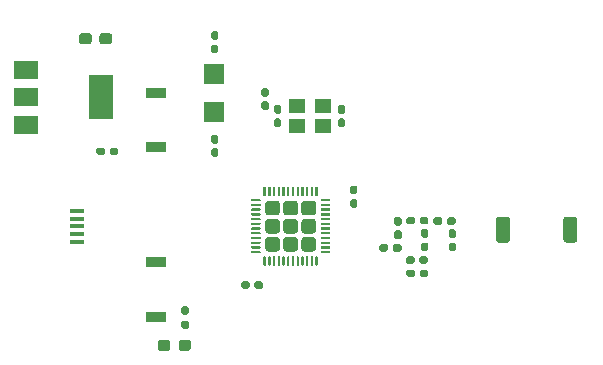
<source format=gbr>
%TF.GenerationSoftware,KiCad,Pcbnew,(5.1.12-1-10_14)*%
%TF.CreationDate,2022-01-30T11:33:22+08:00*%
%TF.ProjectId,nrf51822_devboard,6e726635-3138-4323-925f-646576626f61,rev?*%
%TF.SameCoordinates,Original*%
%TF.FileFunction,Paste,Top*%
%TF.FilePolarity,Positive*%
%FSLAX46Y46*%
G04 Gerber Fmt 4.6, Leading zero omitted, Abs format (unit mm)*
G04 Created by KiCad (PCBNEW (5.1.12-1-10_14)) date 2022-01-30 11:33:22*
%MOMM*%
%LPD*%
G01*
G04 APERTURE LIST*
%ADD10R,1.699997X0.899998*%
%ADD11R,1.400000X1.200000*%
%ADD12R,1.800000X1.750000*%
%ADD13R,1.300000X0.450000*%
%ADD14R,2.000000X1.500000*%
%ADD15R,2.000000X3.800000*%
G04 APERTURE END LIST*
D10*
%TO.C,SW2*%
X113600000Y-68299970D03*
X113600000Y-63700030D03*
%TD*%
%TO.C,SW1*%
X113600000Y-82669970D03*
X113600000Y-78070030D03*
%TD*%
%TO.C,R1*%
G36*
G01*
X116230000Y-82510000D02*
X115910000Y-82510000D01*
G75*
G02*
X115750000Y-82350000I0J160000D01*
G01*
X115750000Y-81955000D01*
G75*
G02*
X115910000Y-81795000I160000J0D01*
G01*
X116230000Y-81795000D01*
G75*
G02*
X116390000Y-81955000I0J-160000D01*
G01*
X116390000Y-82350000D01*
G75*
G02*
X116230000Y-82510000I-160000J0D01*
G01*
G37*
G36*
G01*
X116230000Y-83705000D02*
X115910000Y-83705000D01*
G75*
G02*
X115750000Y-83545000I0J160000D01*
G01*
X115750000Y-83150000D01*
G75*
G02*
X115910000Y-82990000I160000J0D01*
G01*
X116230000Y-82990000D01*
G75*
G02*
X116390000Y-83150000I0J-160000D01*
G01*
X116390000Y-83545000D01*
G75*
G02*
X116230000Y-83705000I-160000J0D01*
G01*
G37*
%TD*%
%TO.C,D1*%
G36*
G01*
X115510000Y-85327500D02*
X115510000Y-84852500D01*
G75*
G02*
X115747500Y-84615000I237500J0D01*
G01*
X116322500Y-84615000D01*
G75*
G02*
X116560000Y-84852500I0J-237500D01*
G01*
X116560000Y-85327500D01*
G75*
G02*
X116322500Y-85565000I-237500J0D01*
G01*
X115747500Y-85565000D01*
G75*
G02*
X115510000Y-85327500I0J237500D01*
G01*
G37*
G36*
G01*
X113760000Y-85327500D02*
X113760000Y-84852500D01*
G75*
G02*
X113997500Y-84615000I237500J0D01*
G01*
X114572500Y-84615000D01*
G75*
G02*
X114810000Y-84852500I0J-237500D01*
G01*
X114810000Y-85327500D01*
G75*
G02*
X114572500Y-85565000I-237500J0D01*
G01*
X113997500Y-85565000D01*
G75*
G02*
X113760000Y-85327500I0J237500D01*
G01*
G37*
%TD*%
D11*
%TO.C,Y2*%
X127700000Y-66540000D03*
X125500000Y-66540000D03*
X125500000Y-64840000D03*
X127700000Y-64840000D03*
%TD*%
D12*
%TO.C,Y1*%
X118510000Y-65325000D03*
X118510000Y-62075000D03*
%TD*%
D13*
%TO.C,J1*%
X106900000Y-76300000D03*
X106900000Y-75650000D03*
X106900000Y-75000000D03*
X106900000Y-74350000D03*
X106900000Y-73700000D03*
%TD*%
D14*
%TO.C,U2*%
X102610000Y-61790000D03*
X102610000Y-66390000D03*
X102610000Y-64090000D03*
D15*
X108910000Y-64090000D03*
%TD*%
%TO.C,AE1*%
G36*
G01*
X148080000Y-76150001D02*
X148080000Y-74449999D01*
G75*
G02*
X148329999Y-74200000I249999J0D01*
G01*
X149030001Y-74200000D01*
G75*
G02*
X149280000Y-74449999I0J-249999D01*
G01*
X149280000Y-76150001D01*
G75*
G02*
X149030001Y-76400000I-249999J0D01*
G01*
X148329999Y-76400000D01*
G75*
G02*
X148080000Y-76150001I0J249999D01*
G01*
G37*
G36*
G01*
X142380000Y-76150001D02*
X142380000Y-74449999D01*
G75*
G02*
X142629999Y-74200000I249999J0D01*
G01*
X143330001Y-74200000D01*
G75*
G02*
X143580000Y-74449999I0J-249999D01*
G01*
X143580000Y-76150001D01*
G75*
G02*
X143330001Y-76400000I-249999J0D01*
G01*
X142629999Y-76400000D01*
G75*
G02*
X142380000Y-76150001I0J249999D01*
G01*
G37*
%TD*%
%TO.C,L3*%
G36*
G01*
X134240000Y-74980000D02*
X133920000Y-74980000D01*
G75*
G02*
X133760000Y-74820000I0J160000D01*
G01*
X133760000Y-74375000D01*
G75*
G02*
X133920000Y-74215000I160000J0D01*
G01*
X134240000Y-74215000D01*
G75*
G02*
X134400000Y-74375000I0J-160000D01*
G01*
X134400000Y-74820000D01*
G75*
G02*
X134240000Y-74980000I-160000J0D01*
G01*
G37*
G36*
G01*
X134240000Y-76125000D02*
X133920000Y-76125000D01*
G75*
G02*
X133760000Y-75965000I0J160000D01*
G01*
X133760000Y-75520000D01*
G75*
G02*
X133920000Y-75360000I160000J0D01*
G01*
X134240000Y-75360000D01*
G75*
G02*
X134400000Y-75520000I0J-160000D01*
G01*
X134400000Y-75965000D01*
G75*
G02*
X134240000Y-76125000I-160000J0D01*
G01*
G37*
%TD*%
%TO.C,L2*%
G36*
G01*
X133640000Y-76990000D02*
X133640000Y-76670000D01*
G75*
G02*
X133800000Y-76510000I160000J0D01*
G01*
X134245000Y-76510000D01*
G75*
G02*
X134405000Y-76670000I0J-160000D01*
G01*
X134405000Y-76990000D01*
G75*
G02*
X134245000Y-77150000I-160000J0D01*
G01*
X133800000Y-77150000D01*
G75*
G02*
X133640000Y-76990000I0J160000D01*
G01*
G37*
G36*
G01*
X132495000Y-76990000D02*
X132495000Y-76670000D01*
G75*
G02*
X132655000Y-76510000I160000J0D01*
G01*
X133100000Y-76510000D01*
G75*
G02*
X133260000Y-76670000I0J-160000D01*
G01*
X133260000Y-76990000D01*
G75*
G02*
X133100000Y-77150000I-160000J0D01*
G01*
X132655000Y-77150000D01*
G75*
G02*
X132495000Y-76990000I0J160000D01*
G01*
G37*
%TD*%
%TO.C,L1*%
G36*
G01*
X137850000Y-74400000D02*
X137850000Y-74720000D01*
G75*
G02*
X137690000Y-74880000I-160000J0D01*
G01*
X137245000Y-74880000D01*
G75*
G02*
X137085000Y-74720000I0J160000D01*
G01*
X137085000Y-74400000D01*
G75*
G02*
X137245000Y-74240000I160000J0D01*
G01*
X137690000Y-74240000D01*
G75*
G02*
X137850000Y-74400000I0J-160000D01*
G01*
G37*
G36*
G01*
X138995000Y-74400000D02*
X138995000Y-74720000D01*
G75*
G02*
X138835000Y-74880000I-160000J0D01*
G01*
X138390000Y-74880000D01*
G75*
G02*
X138230000Y-74720000I0J160000D01*
G01*
X138230000Y-74400000D01*
G75*
G02*
X138390000Y-74240000I160000J0D01*
G01*
X138835000Y-74240000D01*
G75*
G02*
X138995000Y-74400000I0J-160000D01*
G01*
G37*
%TD*%
%TO.C,C14*%
G36*
G01*
X108815000Y-59367500D02*
X108815000Y-58892500D01*
G75*
G02*
X109052500Y-58655000I237500J0D01*
G01*
X109652500Y-58655000D01*
G75*
G02*
X109890000Y-58892500I0J-237500D01*
G01*
X109890000Y-59367500D01*
G75*
G02*
X109652500Y-59605000I-237500J0D01*
G01*
X109052500Y-59605000D01*
G75*
G02*
X108815000Y-59367500I0J237500D01*
G01*
G37*
G36*
G01*
X107090000Y-59367500D02*
X107090000Y-58892500D01*
G75*
G02*
X107327500Y-58655000I237500J0D01*
G01*
X107927500Y-58655000D01*
G75*
G02*
X108165000Y-58892500I0J-237500D01*
G01*
X108165000Y-59367500D01*
G75*
G02*
X107927500Y-59605000I-237500J0D01*
G01*
X107327500Y-59605000D01*
G75*
G02*
X107090000Y-59367500I0J237500D01*
G01*
G37*
%TD*%
%TO.C,C13*%
G36*
G01*
X121532500Y-79835000D02*
X121532500Y-80145000D01*
G75*
G02*
X121377500Y-80300000I-155000J0D01*
G01*
X120952500Y-80300000D01*
G75*
G02*
X120797500Y-80145000I0J155000D01*
G01*
X120797500Y-79835000D01*
G75*
G02*
X120952500Y-79680000I155000J0D01*
G01*
X121377500Y-79680000D01*
G75*
G02*
X121532500Y-79835000I0J-155000D01*
G01*
G37*
G36*
G01*
X122667500Y-79835000D02*
X122667500Y-80145000D01*
G75*
G02*
X122512500Y-80300000I-155000J0D01*
G01*
X122087500Y-80300000D01*
G75*
G02*
X121932500Y-80145000I0J155000D01*
G01*
X121932500Y-79835000D01*
G75*
G02*
X122087500Y-79680000I155000J0D01*
G01*
X122512500Y-79680000D01*
G75*
G02*
X122667500Y-79835000I0J-155000D01*
G01*
G37*
%TD*%
%TO.C,C12*%
G36*
G01*
X130505000Y-72300000D02*
X130195000Y-72300000D01*
G75*
G02*
X130040000Y-72145000I0J155000D01*
G01*
X130040000Y-71720000D01*
G75*
G02*
X130195000Y-71565000I155000J0D01*
G01*
X130505000Y-71565000D01*
G75*
G02*
X130660000Y-71720000I0J-155000D01*
G01*
X130660000Y-72145000D01*
G75*
G02*
X130505000Y-72300000I-155000J0D01*
G01*
G37*
G36*
G01*
X130505000Y-73435000D02*
X130195000Y-73435000D01*
G75*
G02*
X130040000Y-73280000I0J155000D01*
G01*
X130040000Y-72855000D01*
G75*
G02*
X130195000Y-72700000I155000J0D01*
G01*
X130505000Y-72700000D01*
G75*
G02*
X130660000Y-72855000I0J-155000D01*
G01*
X130660000Y-73280000D01*
G75*
G02*
X130505000Y-73435000I-155000J0D01*
G01*
G37*
%TD*%
%TO.C,C11*%
G36*
G01*
X109690000Y-68815000D02*
X109690000Y-68505000D01*
G75*
G02*
X109845000Y-68350000I155000J0D01*
G01*
X110270000Y-68350000D01*
G75*
G02*
X110425000Y-68505000I0J-155000D01*
G01*
X110425000Y-68815000D01*
G75*
G02*
X110270000Y-68970000I-155000J0D01*
G01*
X109845000Y-68970000D01*
G75*
G02*
X109690000Y-68815000I0J155000D01*
G01*
G37*
G36*
G01*
X108555000Y-68815000D02*
X108555000Y-68505000D01*
G75*
G02*
X108710000Y-68350000I155000J0D01*
G01*
X109135000Y-68350000D01*
G75*
G02*
X109290000Y-68505000I0J-155000D01*
G01*
X109290000Y-68815000D01*
G75*
G02*
X109135000Y-68970000I-155000J0D01*
G01*
X108710000Y-68970000D01*
G75*
G02*
X108555000Y-68815000I0J155000D01*
G01*
G37*
%TD*%
%TO.C,C10*%
G36*
G01*
X122995000Y-64040000D02*
X122685000Y-64040000D01*
G75*
G02*
X122530000Y-63885000I0J155000D01*
G01*
X122530000Y-63460000D01*
G75*
G02*
X122685000Y-63305000I155000J0D01*
G01*
X122995000Y-63305000D01*
G75*
G02*
X123150000Y-63460000I0J-155000D01*
G01*
X123150000Y-63885000D01*
G75*
G02*
X122995000Y-64040000I-155000J0D01*
G01*
G37*
G36*
G01*
X122995000Y-65175000D02*
X122685000Y-65175000D01*
G75*
G02*
X122530000Y-65020000I0J155000D01*
G01*
X122530000Y-64595000D01*
G75*
G02*
X122685000Y-64440000I155000J0D01*
G01*
X122995000Y-64440000D01*
G75*
G02*
X123150000Y-64595000I0J-155000D01*
G01*
X123150000Y-65020000D01*
G75*
G02*
X122995000Y-65175000I-155000J0D01*
G01*
G37*
%TD*%
%TO.C,C9*%
G36*
G01*
X135920000Y-79145000D02*
X135920000Y-78835000D01*
G75*
G02*
X136075000Y-78680000I155000J0D01*
G01*
X136500000Y-78680000D01*
G75*
G02*
X136655000Y-78835000I0J-155000D01*
G01*
X136655000Y-79145000D01*
G75*
G02*
X136500000Y-79300000I-155000J0D01*
G01*
X136075000Y-79300000D01*
G75*
G02*
X135920000Y-79145000I0J155000D01*
G01*
G37*
G36*
G01*
X134785000Y-79145000D02*
X134785000Y-78835000D01*
G75*
G02*
X134940000Y-78680000I155000J0D01*
G01*
X135365000Y-78680000D01*
G75*
G02*
X135520000Y-78835000I0J-155000D01*
G01*
X135520000Y-79145000D01*
G75*
G02*
X135365000Y-79300000I-155000J0D01*
G01*
X134940000Y-79300000D01*
G75*
G02*
X134785000Y-79145000I0J155000D01*
G01*
G37*
%TD*%
%TO.C,C8*%
G36*
G01*
X135890000Y-78025000D02*
X135890000Y-77715000D01*
G75*
G02*
X136045000Y-77560000I155000J0D01*
G01*
X136470000Y-77560000D01*
G75*
G02*
X136625000Y-77715000I0J-155000D01*
G01*
X136625000Y-78025000D01*
G75*
G02*
X136470000Y-78180000I-155000J0D01*
G01*
X136045000Y-78180000D01*
G75*
G02*
X135890000Y-78025000I0J155000D01*
G01*
G37*
G36*
G01*
X134755000Y-78025000D02*
X134755000Y-77715000D01*
G75*
G02*
X134910000Y-77560000I155000J0D01*
G01*
X135335000Y-77560000D01*
G75*
G02*
X135490000Y-77715000I0J-155000D01*
G01*
X135490000Y-78025000D01*
G75*
G02*
X135335000Y-78180000I-155000J0D01*
G01*
X134910000Y-78180000D01*
G75*
G02*
X134755000Y-78025000I0J155000D01*
G01*
G37*
%TD*%
%TO.C,C7*%
G36*
G01*
X124055000Y-65480000D02*
X123745000Y-65480000D01*
G75*
G02*
X123590000Y-65325000I0J155000D01*
G01*
X123590000Y-64900000D01*
G75*
G02*
X123745000Y-64745000I155000J0D01*
G01*
X124055000Y-64745000D01*
G75*
G02*
X124210000Y-64900000I0J-155000D01*
G01*
X124210000Y-65325000D01*
G75*
G02*
X124055000Y-65480000I-155000J0D01*
G01*
G37*
G36*
G01*
X124055000Y-66615000D02*
X123745000Y-66615000D01*
G75*
G02*
X123590000Y-66460000I0J155000D01*
G01*
X123590000Y-66035000D01*
G75*
G02*
X123745000Y-65880000I155000J0D01*
G01*
X124055000Y-65880000D01*
G75*
G02*
X124210000Y-66035000I0J-155000D01*
G01*
X124210000Y-66460000D01*
G75*
G02*
X124055000Y-66615000I-155000J0D01*
G01*
G37*
%TD*%
%TO.C,C6*%
G36*
G01*
X129155000Y-65880000D02*
X129465000Y-65880000D01*
G75*
G02*
X129620000Y-66035000I0J-155000D01*
G01*
X129620000Y-66460000D01*
G75*
G02*
X129465000Y-66615000I-155000J0D01*
G01*
X129155000Y-66615000D01*
G75*
G02*
X129000000Y-66460000I0J155000D01*
G01*
X129000000Y-66035000D01*
G75*
G02*
X129155000Y-65880000I155000J0D01*
G01*
G37*
G36*
G01*
X129155000Y-64745000D02*
X129465000Y-64745000D01*
G75*
G02*
X129620000Y-64900000I0J-155000D01*
G01*
X129620000Y-65325000D01*
G75*
G02*
X129465000Y-65480000I-155000J0D01*
G01*
X129155000Y-65480000D01*
G75*
G02*
X129000000Y-65325000I0J155000D01*
G01*
X129000000Y-64900000D01*
G75*
G02*
X129155000Y-64745000I155000J0D01*
G01*
G37*
%TD*%
%TO.C,C5*%
G36*
G01*
X135530000Y-74385000D02*
X135530000Y-74695000D01*
G75*
G02*
X135375000Y-74850000I-155000J0D01*
G01*
X134950000Y-74850000D01*
G75*
G02*
X134795000Y-74695000I0J155000D01*
G01*
X134795000Y-74385000D01*
G75*
G02*
X134950000Y-74230000I155000J0D01*
G01*
X135375000Y-74230000D01*
G75*
G02*
X135530000Y-74385000I0J-155000D01*
G01*
G37*
G36*
G01*
X136665000Y-74385000D02*
X136665000Y-74695000D01*
G75*
G02*
X136510000Y-74850000I-155000J0D01*
G01*
X136085000Y-74850000D01*
G75*
G02*
X135930000Y-74695000I0J155000D01*
G01*
X135930000Y-74385000D01*
G75*
G02*
X136085000Y-74230000I155000J0D01*
G01*
X136510000Y-74230000D01*
G75*
G02*
X136665000Y-74385000I0J-155000D01*
G01*
G37*
%TD*%
%TO.C,C4*%
G36*
G01*
X118425000Y-68400000D02*
X118735000Y-68400000D01*
G75*
G02*
X118890000Y-68555000I0J-155000D01*
G01*
X118890000Y-68980000D01*
G75*
G02*
X118735000Y-69135000I-155000J0D01*
G01*
X118425000Y-69135000D01*
G75*
G02*
X118270000Y-68980000I0J155000D01*
G01*
X118270000Y-68555000D01*
G75*
G02*
X118425000Y-68400000I155000J0D01*
G01*
G37*
G36*
G01*
X118425000Y-67265000D02*
X118735000Y-67265000D01*
G75*
G02*
X118890000Y-67420000I0J-155000D01*
G01*
X118890000Y-67845000D01*
G75*
G02*
X118735000Y-68000000I-155000J0D01*
G01*
X118425000Y-68000000D01*
G75*
G02*
X118270000Y-67845000I0J155000D01*
G01*
X118270000Y-67420000D01*
G75*
G02*
X118425000Y-67265000I155000J0D01*
G01*
G37*
%TD*%
%TO.C,C3*%
G36*
G01*
X118725000Y-59220000D02*
X118415000Y-59220000D01*
G75*
G02*
X118260000Y-59065000I0J155000D01*
G01*
X118260000Y-58640000D01*
G75*
G02*
X118415000Y-58485000I155000J0D01*
G01*
X118725000Y-58485000D01*
G75*
G02*
X118880000Y-58640000I0J-155000D01*
G01*
X118880000Y-59065000D01*
G75*
G02*
X118725000Y-59220000I-155000J0D01*
G01*
G37*
G36*
G01*
X118725000Y-60355000D02*
X118415000Y-60355000D01*
G75*
G02*
X118260000Y-60200000I0J155000D01*
G01*
X118260000Y-59775000D01*
G75*
G02*
X118415000Y-59620000I155000J0D01*
G01*
X118725000Y-59620000D01*
G75*
G02*
X118880000Y-59775000I0J-155000D01*
G01*
X118880000Y-60200000D01*
G75*
G02*
X118725000Y-60355000I-155000J0D01*
G01*
G37*
%TD*%
%TO.C,C2*%
G36*
G01*
X136195000Y-76380000D02*
X136505000Y-76380000D01*
G75*
G02*
X136660000Y-76535000I0J-155000D01*
G01*
X136660000Y-76960000D01*
G75*
G02*
X136505000Y-77115000I-155000J0D01*
G01*
X136195000Y-77115000D01*
G75*
G02*
X136040000Y-76960000I0J155000D01*
G01*
X136040000Y-76535000D01*
G75*
G02*
X136195000Y-76380000I155000J0D01*
G01*
G37*
G36*
G01*
X136195000Y-75245000D02*
X136505000Y-75245000D01*
G75*
G02*
X136660000Y-75400000I0J-155000D01*
G01*
X136660000Y-75825000D01*
G75*
G02*
X136505000Y-75980000I-155000J0D01*
G01*
X136195000Y-75980000D01*
G75*
G02*
X136040000Y-75825000I0J155000D01*
G01*
X136040000Y-75400000D01*
G75*
G02*
X136195000Y-75245000I155000J0D01*
G01*
G37*
%TD*%
%TO.C,C1*%
G36*
G01*
X138535000Y-76390000D02*
X138845000Y-76390000D01*
G75*
G02*
X139000000Y-76545000I0J-155000D01*
G01*
X139000000Y-76970000D01*
G75*
G02*
X138845000Y-77125000I-155000J0D01*
G01*
X138535000Y-77125000D01*
G75*
G02*
X138380000Y-76970000I0J155000D01*
G01*
X138380000Y-76545000D01*
G75*
G02*
X138535000Y-76390000I155000J0D01*
G01*
G37*
G36*
G01*
X138535000Y-75255000D02*
X138845000Y-75255000D01*
G75*
G02*
X139000000Y-75410000I0J-155000D01*
G01*
X139000000Y-75835000D01*
G75*
G02*
X138845000Y-75990000I-155000J0D01*
G01*
X138535000Y-75990000D01*
G75*
G02*
X138380000Y-75835000I0J155000D01*
G01*
X138380000Y-75410000D01*
G75*
G02*
X138535000Y-75255000I155000J0D01*
G01*
G37*
%TD*%
%TO.C,U1*%
G36*
G01*
X125910000Y-76900001D02*
X125910000Y-76159999D01*
G75*
G02*
X126159999Y-75910000I249999J0D01*
G01*
X126900001Y-75910000D01*
G75*
G02*
X127150000Y-76159999I0J-249999D01*
G01*
X127150000Y-76900001D01*
G75*
G02*
X126900001Y-77150000I-249999J0D01*
G01*
X126159999Y-77150000D01*
G75*
G02*
X125910000Y-76900001I0J249999D01*
G01*
G37*
G36*
G01*
X125910000Y-75370001D02*
X125910000Y-74629999D01*
G75*
G02*
X126159999Y-74380000I249999J0D01*
G01*
X126900001Y-74380000D01*
G75*
G02*
X127150000Y-74629999I0J-249999D01*
G01*
X127150000Y-75370001D01*
G75*
G02*
X126900001Y-75620000I-249999J0D01*
G01*
X126159999Y-75620000D01*
G75*
G02*
X125910000Y-75370001I0J249999D01*
G01*
G37*
G36*
G01*
X125910000Y-73840001D02*
X125910000Y-73099999D01*
G75*
G02*
X126159999Y-72850000I249999J0D01*
G01*
X126900001Y-72850000D01*
G75*
G02*
X127150000Y-73099999I0J-249999D01*
G01*
X127150000Y-73840001D01*
G75*
G02*
X126900001Y-74090000I-249999J0D01*
G01*
X126159999Y-74090000D01*
G75*
G02*
X125910000Y-73840001I0J249999D01*
G01*
G37*
G36*
G01*
X124380000Y-76900001D02*
X124380000Y-76159999D01*
G75*
G02*
X124629999Y-75910000I249999J0D01*
G01*
X125370001Y-75910000D01*
G75*
G02*
X125620000Y-76159999I0J-249999D01*
G01*
X125620000Y-76900001D01*
G75*
G02*
X125370001Y-77150000I-249999J0D01*
G01*
X124629999Y-77150000D01*
G75*
G02*
X124380000Y-76900001I0J249999D01*
G01*
G37*
G36*
G01*
X124380000Y-75370001D02*
X124380000Y-74629999D01*
G75*
G02*
X124629999Y-74380000I249999J0D01*
G01*
X125370001Y-74380000D01*
G75*
G02*
X125620000Y-74629999I0J-249999D01*
G01*
X125620000Y-75370001D01*
G75*
G02*
X125370001Y-75620000I-249999J0D01*
G01*
X124629999Y-75620000D01*
G75*
G02*
X124380000Y-75370001I0J249999D01*
G01*
G37*
G36*
G01*
X124380000Y-73840001D02*
X124380000Y-73099999D01*
G75*
G02*
X124629999Y-72850000I249999J0D01*
G01*
X125370001Y-72850000D01*
G75*
G02*
X125620000Y-73099999I0J-249999D01*
G01*
X125620000Y-73840001D01*
G75*
G02*
X125370001Y-74090000I-249999J0D01*
G01*
X124629999Y-74090000D01*
G75*
G02*
X124380000Y-73840001I0J249999D01*
G01*
G37*
G36*
G01*
X122850000Y-76900001D02*
X122850000Y-76159999D01*
G75*
G02*
X123099999Y-75910000I249999J0D01*
G01*
X123840001Y-75910000D01*
G75*
G02*
X124090000Y-76159999I0J-249999D01*
G01*
X124090000Y-76900001D01*
G75*
G02*
X123840001Y-77150000I-249999J0D01*
G01*
X123099999Y-77150000D01*
G75*
G02*
X122850000Y-76900001I0J249999D01*
G01*
G37*
G36*
G01*
X122850000Y-75370001D02*
X122850000Y-74629999D01*
G75*
G02*
X123099999Y-74380000I249999J0D01*
G01*
X123840001Y-74380000D01*
G75*
G02*
X124090000Y-74629999I0J-249999D01*
G01*
X124090000Y-75370001D01*
G75*
G02*
X123840001Y-75620000I-249999J0D01*
G01*
X123099999Y-75620000D01*
G75*
G02*
X122850000Y-75370001I0J249999D01*
G01*
G37*
G36*
G01*
X122850000Y-73840001D02*
X122850000Y-73099999D01*
G75*
G02*
X123099999Y-72850000I249999J0D01*
G01*
X123840001Y-72850000D01*
G75*
G02*
X124090000Y-73099999I0J-249999D01*
G01*
X124090000Y-73840001D01*
G75*
G02*
X123840001Y-74090000I-249999J0D01*
G01*
X123099999Y-74090000D01*
G75*
G02*
X122850000Y-73840001I0J249999D01*
G01*
G37*
G36*
G01*
X122700000Y-72400000D02*
X122700000Y-71700000D01*
G75*
G02*
X122750000Y-71650000I50000J0D01*
G01*
X122850000Y-71650000D01*
G75*
G02*
X122900000Y-71700000I0J-50000D01*
G01*
X122900000Y-72400000D01*
G75*
G02*
X122850000Y-72450000I-50000J0D01*
G01*
X122750000Y-72450000D01*
G75*
G02*
X122700000Y-72400000I0J50000D01*
G01*
G37*
G36*
G01*
X123100000Y-72400000D02*
X123100000Y-71700000D01*
G75*
G02*
X123150000Y-71650000I50000J0D01*
G01*
X123250000Y-71650000D01*
G75*
G02*
X123300000Y-71700000I0J-50000D01*
G01*
X123300000Y-72400000D01*
G75*
G02*
X123250000Y-72450000I-50000J0D01*
G01*
X123150000Y-72450000D01*
G75*
G02*
X123100000Y-72400000I0J50000D01*
G01*
G37*
G36*
G01*
X123500000Y-72400000D02*
X123500000Y-71700000D01*
G75*
G02*
X123550000Y-71650000I50000J0D01*
G01*
X123650000Y-71650000D01*
G75*
G02*
X123700000Y-71700000I0J-50000D01*
G01*
X123700000Y-72400000D01*
G75*
G02*
X123650000Y-72450000I-50000J0D01*
G01*
X123550000Y-72450000D01*
G75*
G02*
X123500000Y-72400000I0J50000D01*
G01*
G37*
G36*
G01*
X123900000Y-72400000D02*
X123900000Y-71700000D01*
G75*
G02*
X123950000Y-71650000I50000J0D01*
G01*
X124050000Y-71650000D01*
G75*
G02*
X124100000Y-71700000I0J-50000D01*
G01*
X124100000Y-72400000D01*
G75*
G02*
X124050000Y-72450000I-50000J0D01*
G01*
X123950000Y-72450000D01*
G75*
G02*
X123900000Y-72400000I0J50000D01*
G01*
G37*
G36*
G01*
X124300000Y-72400000D02*
X124300000Y-71700000D01*
G75*
G02*
X124350000Y-71650000I50000J0D01*
G01*
X124450000Y-71650000D01*
G75*
G02*
X124500000Y-71700000I0J-50000D01*
G01*
X124500000Y-72400000D01*
G75*
G02*
X124450000Y-72450000I-50000J0D01*
G01*
X124350000Y-72450000D01*
G75*
G02*
X124300000Y-72400000I0J50000D01*
G01*
G37*
G36*
G01*
X124700000Y-72400000D02*
X124700000Y-71700000D01*
G75*
G02*
X124750000Y-71650000I50000J0D01*
G01*
X124850000Y-71650000D01*
G75*
G02*
X124900000Y-71700000I0J-50000D01*
G01*
X124900000Y-72400000D01*
G75*
G02*
X124850000Y-72450000I-50000J0D01*
G01*
X124750000Y-72450000D01*
G75*
G02*
X124700000Y-72400000I0J50000D01*
G01*
G37*
G36*
G01*
X125100000Y-72400000D02*
X125100000Y-71700000D01*
G75*
G02*
X125150000Y-71650000I50000J0D01*
G01*
X125250000Y-71650000D01*
G75*
G02*
X125300000Y-71700000I0J-50000D01*
G01*
X125300000Y-72400000D01*
G75*
G02*
X125250000Y-72450000I-50000J0D01*
G01*
X125150000Y-72450000D01*
G75*
G02*
X125100000Y-72400000I0J50000D01*
G01*
G37*
G36*
G01*
X125500000Y-72400000D02*
X125500000Y-71700000D01*
G75*
G02*
X125550000Y-71650000I50000J0D01*
G01*
X125650000Y-71650000D01*
G75*
G02*
X125700000Y-71700000I0J-50000D01*
G01*
X125700000Y-72400000D01*
G75*
G02*
X125650000Y-72450000I-50000J0D01*
G01*
X125550000Y-72450000D01*
G75*
G02*
X125500000Y-72400000I0J50000D01*
G01*
G37*
G36*
G01*
X125900000Y-72400000D02*
X125900000Y-71700000D01*
G75*
G02*
X125950000Y-71650000I50000J0D01*
G01*
X126050000Y-71650000D01*
G75*
G02*
X126100000Y-71700000I0J-50000D01*
G01*
X126100000Y-72400000D01*
G75*
G02*
X126050000Y-72450000I-50000J0D01*
G01*
X125950000Y-72450000D01*
G75*
G02*
X125900000Y-72400000I0J50000D01*
G01*
G37*
G36*
G01*
X126300000Y-72400000D02*
X126300000Y-71700000D01*
G75*
G02*
X126350000Y-71650000I50000J0D01*
G01*
X126450000Y-71650000D01*
G75*
G02*
X126500000Y-71700000I0J-50000D01*
G01*
X126500000Y-72400000D01*
G75*
G02*
X126450000Y-72450000I-50000J0D01*
G01*
X126350000Y-72450000D01*
G75*
G02*
X126300000Y-72400000I0J50000D01*
G01*
G37*
G36*
G01*
X126700000Y-72400000D02*
X126700000Y-71700000D01*
G75*
G02*
X126750000Y-71650000I50000J0D01*
G01*
X126850000Y-71650000D01*
G75*
G02*
X126900000Y-71700000I0J-50000D01*
G01*
X126900000Y-72400000D01*
G75*
G02*
X126850000Y-72450000I-50000J0D01*
G01*
X126750000Y-72450000D01*
G75*
G02*
X126700000Y-72400000I0J50000D01*
G01*
G37*
G36*
G01*
X127100000Y-72400000D02*
X127100000Y-71700000D01*
G75*
G02*
X127150000Y-71650000I50000J0D01*
G01*
X127250000Y-71650000D01*
G75*
G02*
X127300000Y-71700000I0J-50000D01*
G01*
X127300000Y-72400000D01*
G75*
G02*
X127250000Y-72450000I-50000J0D01*
G01*
X127150000Y-72450000D01*
G75*
G02*
X127100000Y-72400000I0J50000D01*
G01*
G37*
G36*
G01*
X127550000Y-72850000D02*
X127550000Y-72750000D01*
G75*
G02*
X127600000Y-72700000I50000J0D01*
G01*
X128300000Y-72700000D01*
G75*
G02*
X128350000Y-72750000I0J-50000D01*
G01*
X128350000Y-72850000D01*
G75*
G02*
X128300000Y-72900000I-50000J0D01*
G01*
X127600000Y-72900000D01*
G75*
G02*
X127550000Y-72850000I0J50000D01*
G01*
G37*
G36*
G01*
X127550000Y-73250000D02*
X127550000Y-73150000D01*
G75*
G02*
X127600000Y-73100000I50000J0D01*
G01*
X128300000Y-73100000D01*
G75*
G02*
X128350000Y-73150000I0J-50000D01*
G01*
X128350000Y-73250000D01*
G75*
G02*
X128300000Y-73300000I-50000J0D01*
G01*
X127600000Y-73300000D01*
G75*
G02*
X127550000Y-73250000I0J50000D01*
G01*
G37*
G36*
G01*
X127550000Y-73650000D02*
X127550000Y-73550000D01*
G75*
G02*
X127600000Y-73500000I50000J0D01*
G01*
X128300000Y-73500000D01*
G75*
G02*
X128350000Y-73550000I0J-50000D01*
G01*
X128350000Y-73650000D01*
G75*
G02*
X128300000Y-73700000I-50000J0D01*
G01*
X127600000Y-73700000D01*
G75*
G02*
X127550000Y-73650000I0J50000D01*
G01*
G37*
G36*
G01*
X127550000Y-74050000D02*
X127550000Y-73950000D01*
G75*
G02*
X127600000Y-73900000I50000J0D01*
G01*
X128300000Y-73900000D01*
G75*
G02*
X128350000Y-73950000I0J-50000D01*
G01*
X128350000Y-74050000D01*
G75*
G02*
X128300000Y-74100000I-50000J0D01*
G01*
X127600000Y-74100000D01*
G75*
G02*
X127550000Y-74050000I0J50000D01*
G01*
G37*
G36*
G01*
X127550000Y-74450000D02*
X127550000Y-74350000D01*
G75*
G02*
X127600000Y-74300000I50000J0D01*
G01*
X128300000Y-74300000D01*
G75*
G02*
X128350000Y-74350000I0J-50000D01*
G01*
X128350000Y-74450000D01*
G75*
G02*
X128300000Y-74500000I-50000J0D01*
G01*
X127600000Y-74500000D01*
G75*
G02*
X127550000Y-74450000I0J50000D01*
G01*
G37*
G36*
G01*
X127550000Y-74850000D02*
X127550000Y-74750000D01*
G75*
G02*
X127600000Y-74700000I50000J0D01*
G01*
X128300000Y-74700000D01*
G75*
G02*
X128350000Y-74750000I0J-50000D01*
G01*
X128350000Y-74850000D01*
G75*
G02*
X128300000Y-74900000I-50000J0D01*
G01*
X127600000Y-74900000D01*
G75*
G02*
X127550000Y-74850000I0J50000D01*
G01*
G37*
G36*
G01*
X127550000Y-75250000D02*
X127550000Y-75150000D01*
G75*
G02*
X127600000Y-75100000I50000J0D01*
G01*
X128300000Y-75100000D01*
G75*
G02*
X128350000Y-75150000I0J-50000D01*
G01*
X128350000Y-75250000D01*
G75*
G02*
X128300000Y-75300000I-50000J0D01*
G01*
X127600000Y-75300000D01*
G75*
G02*
X127550000Y-75250000I0J50000D01*
G01*
G37*
G36*
G01*
X127550000Y-75650000D02*
X127550000Y-75550000D01*
G75*
G02*
X127600000Y-75500000I50000J0D01*
G01*
X128300000Y-75500000D01*
G75*
G02*
X128350000Y-75550000I0J-50000D01*
G01*
X128350000Y-75650000D01*
G75*
G02*
X128300000Y-75700000I-50000J0D01*
G01*
X127600000Y-75700000D01*
G75*
G02*
X127550000Y-75650000I0J50000D01*
G01*
G37*
G36*
G01*
X127550000Y-76050000D02*
X127550000Y-75950000D01*
G75*
G02*
X127600000Y-75900000I50000J0D01*
G01*
X128300000Y-75900000D01*
G75*
G02*
X128350000Y-75950000I0J-50000D01*
G01*
X128350000Y-76050000D01*
G75*
G02*
X128300000Y-76100000I-50000J0D01*
G01*
X127600000Y-76100000D01*
G75*
G02*
X127550000Y-76050000I0J50000D01*
G01*
G37*
G36*
G01*
X127550000Y-76450000D02*
X127550000Y-76350000D01*
G75*
G02*
X127600000Y-76300000I50000J0D01*
G01*
X128300000Y-76300000D01*
G75*
G02*
X128350000Y-76350000I0J-50000D01*
G01*
X128350000Y-76450000D01*
G75*
G02*
X128300000Y-76500000I-50000J0D01*
G01*
X127600000Y-76500000D01*
G75*
G02*
X127550000Y-76450000I0J50000D01*
G01*
G37*
G36*
G01*
X127550000Y-76850000D02*
X127550000Y-76750000D01*
G75*
G02*
X127600000Y-76700000I50000J0D01*
G01*
X128300000Y-76700000D01*
G75*
G02*
X128350000Y-76750000I0J-50000D01*
G01*
X128350000Y-76850000D01*
G75*
G02*
X128300000Y-76900000I-50000J0D01*
G01*
X127600000Y-76900000D01*
G75*
G02*
X127550000Y-76850000I0J50000D01*
G01*
G37*
G36*
G01*
X127550000Y-77250000D02*
X127550000Y-77150000D01*
G75*
G02*
X127600000Y-77100000I50000J0D01*
G01*
X128300000Y-77100000D01*
G75*
G02*
X128350000Y-77150000I0J-50000D01*
G01*
X128350000Y-77250000D01*
G75*
G02*
X128300000Y-77300000I-50000J0D01*
G01*
X127600000Y-77300000D01*
G75*
G02*
X127550000Y-77250000I0J50000D01*
G01*
G37*
G36*
G01*
X127100000Y-78300000D02*
X127100000Y-77600000D01*
G75*
G02*
X127150000Y-77550000I50000J0D01*
G01*
X127250000Y-77550000D01*
G75*
G02*
X127300000Y-77600000I0J-50000D01*
G01*
X127300000Y-78300000D01*
G75*
G02*
X127250000Y-78350000I-50000J0D01*
G01*
X127150000Y-78350000D01*
G75*
G02*
X127100000Y-78300000I0J50000D01*
G01*
G37*
G36*
G01*
X126700000Y-78300000D02*
X126700000Y-77600000D01*
G75*
G02*
X126750000Y-77550000I50000J0D01*
G01*
X126850000Y-77550000D01*
G75*
G02*
X126900000Y-77600000I0J-50000D01*
G01*
X126900000Y-78300000D01*
G75*
G02*
X126850000Y-78350000I-50000J0D01*
G01*
X126750000Y-78350000D01*
G75*
G02*
X126700000Y-78300000I0J50000D01*
G01*
G37*
G36*
G01*
X126300000Y-78300000D02*
X126300000Y-77600000D01*
G75*
G02*
X126350000Y-77550000I50000J0D01*
G01*
X126450000Y-77550000D01*
G75*
G02*
X126500000Y-77600000I0J-50000D01*
G01*
X126500000Y-78300000D01*
G75*
G02*
X126450000Y-78350000I-50000J0D01*
G01*
X126350000Y-78350000D01*
G75*
G02*
X126300000Y-78300000I0J50000D01*
G01*
G37*
G36*
G01*
X125900000Y-78300000D02*
X125900000Y-77600000D01*
G75*
G02*
X125950000Y-77550000I50000J0D01*
G01*
X126050000Y-77550000D01*
G75*
G02*
X126100000Y-77600000I0J-50000D01*
G01*
X126100000Y-78300000D01*
G75*
G02*
X126050000Y-78350000I-50000J0D01*
G01*
X125950000Y-78350000D01*
G75*
G02*
X125900000Y-78300000I0J50000D01*
G01*
G37*
G36*
G01*
X125500000Y-78300000D02*
X125500000Y-77600000D01*
G75*
G02*
X125550000Y-77550000I50000J0D01*
G01*
X125650000Y-77550000D01*
G75*
G02*
X125700000Y-77600000I0J-50000D01*
G01*
X125700000Y-78300000D01*
G75*
G02*
X125650000Y-78350000I-50000J0D01*
G01*
X125550000Y-78350000D01*
G75*
G02*
X125500000Y-78300000I0J50000D01*
G01*
G37*
G36*
G01*
X125100000Y-78300000D02*
X125100000Y-77600000D01*
G75*
G02*
X125150000Y-77550000I50000J0D01*
G01*
X125250000Y-77550000D01*
G75*
G02*
X125300000Y-77600000I0J-50000D01*
G01*
X125300000Y-78300000D01*
G75*
G02*
X125250000Y-78350000I-50000J0D01*
G01*
X125150000Y-78350000D01*
G75*
G02*
X125100000Y-78300000I0J50000D01*
G01*
G37*
G36*
G01*
X124700000Y-78300000D02*
X124700000Y-77600000D01*
G75*
G02*
X124750000Y-77550000I50000J0D01*
G01*
X124850000Y-77550000D01*
G75*
G02*
X124900000Y-77600000I0J-50000D01*
G01*
X124900000Y-78300000D01*
G75*
G02*
X124850000Y-78350000I-50000J0D01*
G01*
X124750000Y-78350000D01*
G75*
G02*
X124700000Y-78300000I0J50000D01*
G01*
G37*
G36*
G01*
X124300000Y-78300000D02*
X124300000Y-77600000D01*
G75*
G02*
X124350000Y-77550000I50000J0D01*
G01*
X124450000Y-77550000D01*
G75*
G02*
X124500000Y-77600000I0J-50000D01*
G01*
X124500000Y-78300000D01*
G75*
G02*
X124450000Y-78350000I-50000J0D01*
G01*
X124350000Y-78350000D01*
G75*
G02*
X124300000Y-78300000I0J50000D01*
G01*
G37*
G36*
G01*
X123900000Y-78300000D02*
X123900000Y-77600000D01*
G75*
G02*
X123950000Y-77550000I50000J0D01*
G01*
X124050000Y-77550000D01*
G75*
G02*
X124100000Y-77600000I0J-50000D01*
G01*
X124100000Y-78300000D01*
G75*
G02*
X124050000Y-78350000I-50000J0D01*
G01*
X123950000Y-78350000D01*
G75*
G02*
X123900000Y-78300000I0J50000D01*
G01*
G37*
G36*
G01*
X123500000Y-78300000D02*
X123500000Y-77600000D01*
G75*
G02*
X123550000Y-77550000I50000J0D01*
G01*
X123650000Y-77550000D01*
G75*
G02*
X123700000Y-77600000I0J-50000D01*
G01*
X123700000Y-78300000D01*
G75*
G02*
X123650000Y-78350000I-50000J0D01*
G01*
X123550000Y-78350000D01*
G75*
G02*
X123500000Y-78300000I0J50000D01*
G01*
G37*
G36*
G01*
X123100000Y-78300000D02*
X123100000Y-77600000D01*
G75*
G02*
X123150000Y-77550000I50000J0D01*
G01*
X123250000Y-77550000D01*
G75*
G02*
X123300000Y-77600000I0J-50000D01*
G01*
X123300000Y-78300000D01*
G75*
G02*
X123250000Y-78350000I-50000J0D01*
G01*
X123150000Y-78350000D01*
G75*
G02*
X123100000Y-78300000I0J50000D01*
G01*
G37*
G36*
G01*
X122700000Y-78300000D02*
X122700000Y-77600000D01*
G75*
G02*
X122750000Y-77550000I50000J0D01*
G01*
X122850000Y-77550000D01*
G75*
G02*
X122900000Y-77600000I0J-50000D01*
G01*
X122900000Y-78300000D01*
G75*
G02*
X122850000Y-78350000I-50000J0D01*
G01*
X122750000Y-78350000D01*
G75*
G02*
X122700000Y-78300000I0J50000D01*
G01*
G37*
G36*
G01*
X121650000Y-77250000D02*
X121650000Y-77150000D01*
G75*
G02*
X121700000Y-77100000I50000J0D01*
G01*
X122400000Y-77100000D01*
G75*
G02*
X122450000Y-77150000I0J-50000D01*
G01*
X122450000Y-77250000D01*
G75*
G02*
X122400000Y-77300000I-50000J0D01*
G01*
X121700000Y-77300000D01*
G75*
G02*
X121650000Y-77250000I0J50000D01*
G01*
G37*
G36*
G01*
X121650000Y-76850000D02*
X121650000Y-76750000D01*
G75*
G02*
X121700000Y-76700000I50000J0D01*
G01*
X122400000Y-76700000D01*
G75*
G02*
X122450000Y-76750000I0J-50000D01*
G01*
X122450000Y-76850000D01*
G75*
G02*
X122400000Y-76900000I-50000J0D01*
G01*
X121700000Y-76900000D01*
G75*
G02*
X121650000Y-76850000I0J50000D01*
G01*
G37*
G36*
G01*
X121650000Y-76450000D02*
X121650000Y-76350000D01*
G75*
G02*
X121700000Y-76300000I50000J0D01*
G01*
X122400000Y-76300000D01*
G75*
G02*
X122450000Y-76350000I0J-50000D01*
G01*
X122450000Y-76450000D01*
G75*
G02*
X122400000Y-76500000I-50000J0D01*
G01*
X121700000Y-76500000D01*
G75*
G02*
X121650000Y-76450000I0J50000D01*
G01*
G37*
G36*
G01*
X121650000Y-76050000D02*
X121650000Y-75950000D01*
G75*
G02*
X121700000Y-75900000I50000J0D01*
G01*
X122400000Y-75900000D01*
G75*
G02*
X122450000Y-75950000I0J-50000D01*
G01*
X122450000Y-76050000D01*
G75*
G02*
X122400000Y-76100000I-50000J0D01*
G01*
X121700000Y-76100000D01*
G75*
G02*
X121650000Y-76050000I0J50000D01*
G01*
G37*
G36*
G01*
X121650000Y-75650000D02*
X121650000Y-75550000D01*
G75*
G02*
X121700000Y-75500000I50000J0D01*
G01*
X122400000Y-75500000D01*
G75*
G02*
X122450000Y-75550000I0J-50000D01*
G01*
X122450000Y-75650000D01*
G75*
G02*
X122400000Y-75700000I-50000J0D01*
G01*
X121700000Y-75700000D01*
G75*
G02*
X121650000Y-75650000I0J50000D01*
G01*
G37*
G36*
G01*
X121650000Y-75250000D02*
X121650000Y-75150000D01*
G75*
G02*
X121700000Y-75100000I50000J0D01*
G01*
X122400000Y-75100000D01*
G75*
G02*
X122450000Y-75150000I0J-50000D01*
G01*
X122450000Y-75250000D01*
G75*
G02*
X122400000Y-75300000I-50000J0D01*
G01*
X121700000Y-75300000D01*
G75*
G02*
X121650000Y-75250000I0J50000D01*
G01*
G37*
G36*
G01*
X121650000Y-74850000D02*
X121650000Y-74750000D01*
G75*
G02*
X121700000Y-74700000I50000J0D01*
G01*
X122400000Y-74700000D01*
G75*
G02*
X122450000Y-74750000I0J-50000D01*
G01*
X122450000Y-74850000D01*
G75*
G02*
X122400000Y-74900000I-50000J0D01*
G01*
X121700000Y-74900000D01*
G75*
G02*
X121650000Y-74850000I0J50000D01*
G01*
G37*
G36*
G01*
X121650000Y-74450000D02*
X121650000Y-74350000D01*
G75*
G02*
X121700000Y-74300000I50000J0D01*
G01*
X122400000Y-74300000D01*
G75*
G02*
X122450000Y-74350000I0J-50000D01*
G01*
X122450000Y-74450000D01*
G75*
G02*
X122400000Y-74500000I-50000J0D01*
G01*
X121700000Y-74500000D01*
G75*
G02*
X121650000Y-74450000I0J50000D01*
G01*
G37*
G36*
G01*
X121650000Y-74050000D02*
X121650000Y-73950000D01*
G75*
G02*
X121700000Y-73900000I50000J0D01*
G01*
X122400000Y-73900000D01*
G75*
G02*
X122450000Y-73950000I0J-50000D01*
G01*
X122450000Y-74050000D01*
G75*
G02*
X122400000Y-74100000I-50000J0D01*
G01*
X121700000Y-74100000D01*
G75*
G02*
X121650000Y-74050000I0J50000D01*
G01*
G37*
G36*
G01*
X121650000Y-73650000D02*
X121650000Y-73550000D01*
G75*
G02*
X121700000Y-73500000I50000J0D01*
G01*
X122400000Y-73500000D01*
G75*
G02*
X122450000Y-73550000I0J-50000D01*
G01*
X122450000Y-73650000D01*
G75*
G02*
X122400000Y-73700000I-50000J0D01*
G01*
X121700000Y-73700000D01*
G75*
G02*
X121650000Y-73650000I0J50000D01*
G01*
G37*
G36*
G01*
X121650000Y-73250000D02*
X121650000Y-73150000D01*
G75*
G02*
X121700000Y-73100000I50000J0D01*
G01*
X122400000Y-73100000D01*
G75*
G02*
X122450000Y-73150000I0J-50000D01*
G01*
X122450000Y-73250000D01*
G75*
G02*
X122400000Y-73300000I-50000J0D01*
G01*
X121700000Y-73300000D01*
G75*
G02*
X121650000Y-73250000I0J50000D01*
G01*
G37*
G36*
G01*
X121650000Y-72850000D02*
X121650000Y-72750000D01*
G75*
G02*
X121700000Y-72700000I50000J0D01*
G01*
X122400000Y-72700000D01*
G75*
G02*
X122450000Y-72750000I0J-50000D01*
G01*
X122450000Y-72850000D01*
G75*
G02*
X122400000Y-72900000I-50000J0D01*
G01*
X121700000Y-72900000D01*
G75*
G02*
X121650000Y-72850000I0J50000D01*
G01*
G37*
%TD*%
M02*

</source>
